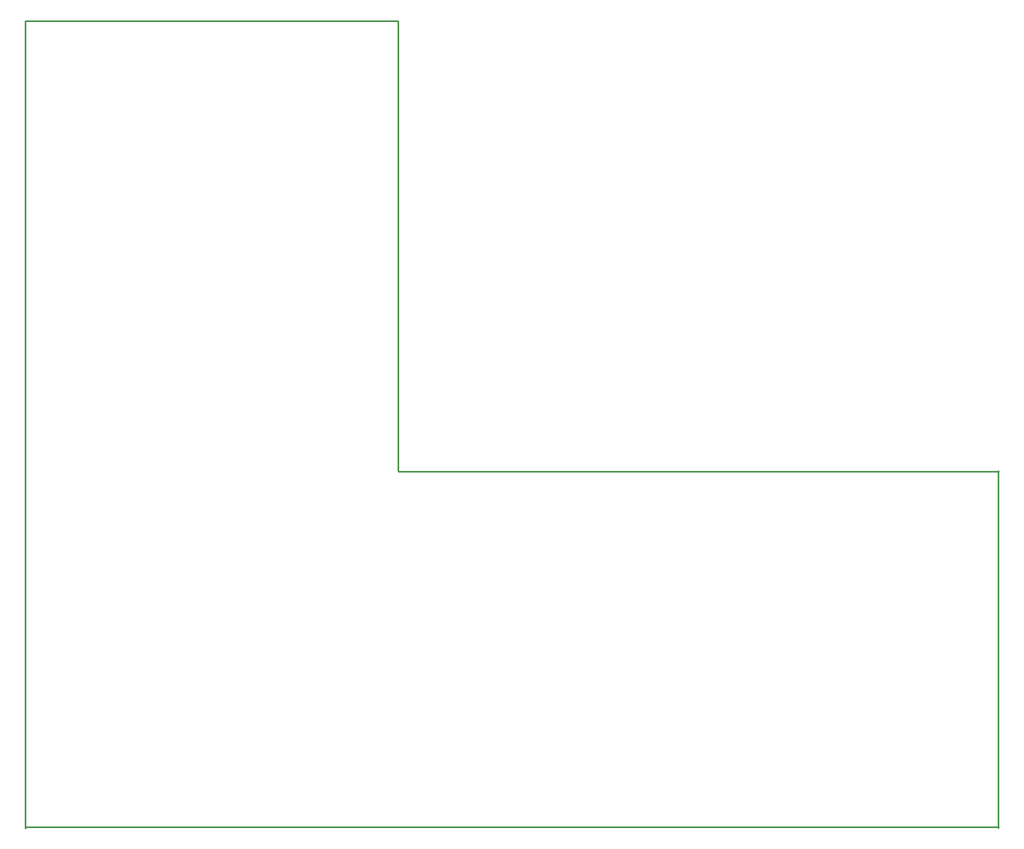
<source format=gko>
G04*
G04 #@! TF.GenerationSoftware,Altium Limited,Altium Designer,18.0.7 (293)*
G04*
G04 Layer_Color=16711935*
%FSLAX25Y25*%
%MOIN*%
G70*
G01*
G75*
%ADD31C,0.01000*%
D31*
X605000Y500D02*
Y222000D01*
X605246Y221754D01*
X2000Y1000D02*
X605500D01*
X1500Y500D02*
X2000Y1000D01*
X1500Y500D02*
Y501332D01*
X1329Y501503D02*
X1500Y501332D01*
X1329Y501503D02*
X232387D01*
X232622Y501268D01*
Y499248D02*
Y501268D01*
Y499248D02*
X232625Y499246D01*
Y222222D02*
Y499246D01*
Y222222D02*
X233093Y221754D01*
X605246D01*
M02*

</source>
